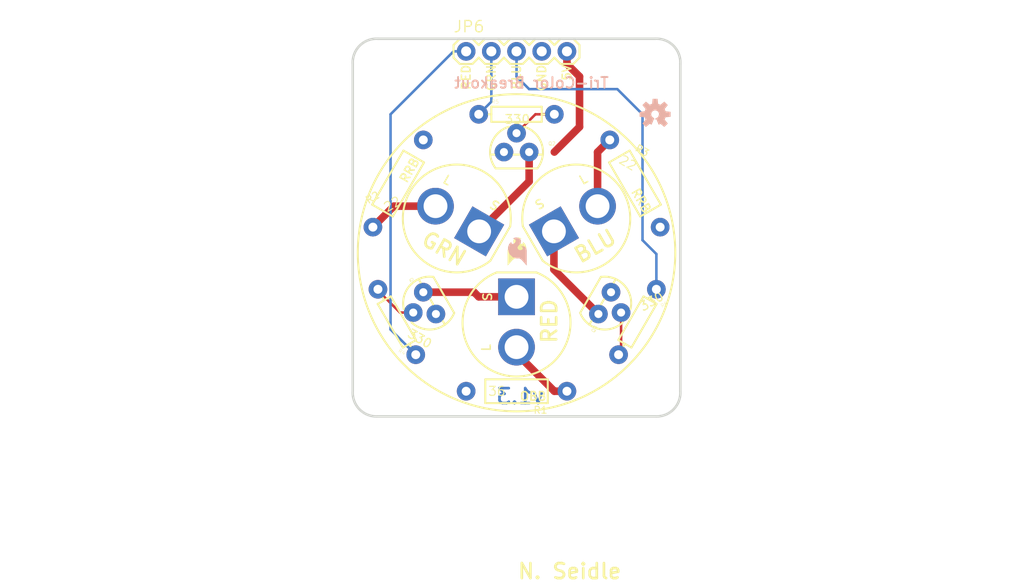
<source format=kicad_pcb>
(kicad_pcb (version 20211014) (generator pcbnew)
  (layers (0 "F.Cu" signal) (31 "B.Cu" signal) (34 "B.Paste" user) (35 "F.Paste" user) (36 "B.SilkS" user "B.Silkscreen") (37 "F.SilkS" user "F.Silkscreen") (38 "B.Mask" user) (39 "F.Mask" user) (44 "Edge.Cuts" user))
  (net 0 "")
  (net 1 "N$1")
  (net 2 "N$2")
  (net 3 "N$3")
  (net 4 "GND")
  (net 5 "5V")
  (net 6 "N$7")
  (net 7 "N$8")
  (net 8 "N$9")
  (net 9 "RED")
  (net 10 "GRN")
  (net 11 "BLU")
  (net 12 "N$4")
  (net 13 "N$5")
  (net 14 "N$6")
  (footprint "boardEagle:AXIAL-0.4" (layer "F.Cu") (at 148.5011 121.5136 180)
    (fp_text reference "R1" (at -3.175 -1.905) (layer "F.SilkS") (effects (font (size 0.709168 0.709168) (thickness 0.103632)) (justify right)))
    (fp_text value "36" (at 2.921 0) (layer "F.SilkS") (effects (font (size 0.912368 0.912368) (thickness 0.103632)) (justify left)))
    (fp_line (start -3.15 -1.2) (end 3.15 -1.2) (layer "F.SilkS") (width 0.2032))
    (fp_line (start 3.15 1.2) (end -3.15 1.2) (layer "F.SilkS") (width 0.2032))
    (fp_line (start 3.15 -1.2) (end 3.15 1.2) (layer "F.SilkS") (width 0.2032))
    (fp_line (start -3.15 1.2) (end -3.15 -1.2) (layer "F.SilkS") (width 0.2032))
    (pad "P$1" thru_hole circle (at -5.08 0 180) (size 1.8796 1.8796) (drill 0.9) (layers *.Cu *.Mask) (net 3 "N$3"))
    (pad "P$2" thru_hole circle (at 5.08 0 180) (size 1.8796 1.8796) (drill 0.9) (layers *.Cu *.Mask) (net 5 "5V"))
  )
  (footprint "boardEagle:CREATIVE_COMMONS" (layer "F.Cu") (at 116.7511 140.5636)
    (fp_text reference "U$1" hide)
    (fp_text value "CREATIVE_COMMONS" hide)
  )
  (footprint "boardEagle:AXIAL-0.3" (layer "F.Cu") (at 148.5011 93.5736)
    (fp_text reference "R5" (at -2.54 -1.27) (layer "F.SilkS") (effects (font (size 0.376489 0.376489) (thickness 0.029911)) (justify left)))
    (fp_text value "330" (at -1.27 0.508) (layer "F.SilkS") (effects (font (size 0.88646 0.88646) (thickness 0.12954)) (justify left)))
    (fp_line (start -2.54 0) (end -2.794 0) (layer "F.SilkS") (width 0.2032))
    (fp_line (start 2.54 0) (end 2.794 0) (layer "F.SilkS") (width 0.2032))
    (fp_line (start 2.54 0.762) (end -2.54 0.762) (layer "F.SilkS") (width 0.2032))
    (fp_line (start -2.54 0.762) (end -2.54 0) (layer "F.SilkS") (width 0.2032))
    (fp_line (start -2.54 -0.762) (end 2.54 -0.762) (layer "F.SilkS") (width 0.2032))
    (fp_line (start 2.54 -0.762) (end 2.54 0) (layer "F.SilkS") (width 0.2032))
    (fp_line (start 2.54 0) (end 2.54 0.762) (layer "F.SilkS") (width 0.2032))
    (fp_line (start -2.54 0) (end -2.54 -0.762) (layer "F.SilkS") (width 0.2032))
    (pad "P$1" thru_hole circle (at -3.81 0) (size 1.8796 1.8796) (drill 0.9) (layers *.Cu *.Mask) (net 10 "GRN"))
    (pad "P$2" thru_hole circle (at 3.81 0) (size 1.8796 1.8796) (drill 0.9) (layers *.Cu *.Mask) (net 7 "N$8"))
  )
  (footprint "boardEagle:TO-92" (layer "F.Cu") (at 139.7381 112.6236 120)
    (fp_text reference "Q1" (at 3.175 -0.635 120) (layer "F.SilkS") (effects (font (size 0.36576 0.36576) (thickness 0.04064)) (justify left bottom)))
    (fp_text value "2N3904")
    (fp_line (start -2.0945 1.651) (end 2.0945 1.651) (layer "F.SilkS") (width 0.2032))
    (fp_line (start -2.6549 0.254) (end -2.2537 0.254) (layer "F.SilkS") (width 0.2032))
    (fp_line (start 2.2537 0.254) (end 2.6549 0.254) (layer "F.SilkS") (width 0.2032))
    (fp_line (start -0.2863 0.254) (end 0.2863 0.254) (layer "F.SilkS") (width 0.2032))
    (fp_arc (start 0.7863 -2.5484) (mid 2.54627 -0.793202) (end 2.0945 1.650999) (layer "F.SilkS") (width 0.2032))
    (fp_arc (start -2.0946 1.651) (mid -2.54634 -0.793276) (end -0.786301 -2.548501) (layer "F.SilkS") (width 0.2032))
    (pad "1" thru_hole circle (at -1.27 0 120) (size 1.8796 1.8796) (drill 0.8128) (layers *.Cu *.Mask) (net 4 "GND"))
    (pad "2" thru_hole circle (at 0 -1.905 120) (size 1.8796 1.8796) (drill 0.8128) (layers *.Cu *.Mask) (net 6 "N$7"))
    (pad "3" thru_hole circle (at 1.27 0 120) (size 1.8796 1.8796) (drill 0.8128) (layers *.Cu *.Mask) (net 12 "N$4"))
  )
  (footprint "boardEagle:AXIAL-0.4" (layer "F.Cu") (at 136.5631 100.5586 60)
    (fp_text reference "R2" (at -3.175021 -1.904897 30) (layer "F.SilkS") (effects (font (size 0.709168 0.709168) (thickness 0.103632)) (justify left)))
    (fp_text value "22" (at -2.898205 0.060163 30) (layer "F.SilkS") (effects (font (size 0.912368 0.912368) (thickness 0.103632)) (justify left)))
    (fp_line (start -3.15 -1.2) (end 3.15 -1.2) (layer "F.SilkS") (width 0.2032))
    (fp_line (start 3.15 -1.2) (end 3.15 1.2) (layer "F.SilkS") (width 0.2032))
    (fp_line (start 3.15 1.2) (end -3.15 1.2) (layer "F.SilkS") (width 0.2032))
    (fp_line (start -3.15 1.2) (end -3.15 -1.2) (layer "F.SilkS") (width 0.2032))
    (pad "P$1" thru_hole circle (at -5.08 0 60) (size 1.8796 1.8796) (drill 0.9) (layers *.Cu *.Mask) (net 1 "N$1"))
    (pad "P$2" thru_hole circle (at 5.08 0 60) (size 1.8796 1.8796) (drill 0.9) (layers *.Cu *.Mask) (net 5 "5V"))
  )
  (footprint "boardEagle:TO-92" (layer "F.Cu") (at 157.3911 112.6236 -120)
    (fp_text reference "Q3" (at 3.175 -0.635 -120) (layer "F.SilkS") (effects (font (size 0.36576 0.36576) (thickness 0.04064)) (justify left bottom)))
    (fp_text value "2N3904")
    (fp_line (start 2.2537 0.254) (end 2.6549 0.254) (layer "F.SilkS") (width 0.2032))
    (fp_line (start -2.6549 0.254) (end -2.2537 0.254) (layer "F.SilkS") (width 0.2032))
    (fp_line (start -0.2863 0.254) (end 0.2863 0.254) (layer "F.SilkS") (width 0.2032))
    (fp_line (start -2.0945 1.651) (end 2.0945 1.651) (layer "F.SilkS") (width 0.2032))
    (fp_arc (start -2.0946 1.651) (mid -2.54634 -0.793276) (end -0.786301 -2.548501) (layer "F.SilkS") (width 0.2032))
    (fp_arc (start 0.7863 -2.5484) (mid 2.54627 -0.793202) (end 2.0945 1.650999) (layer "F.SilkS") (width 0.2032))
    (pad "1" thru_hole circle (at -1.27 0 240) (size 1.8796 1.8796) (drill 0.8128) (layers *.Cu *.Mask) (net 4 "GND"))
    (pad "2" thru_hole circle (at 0 -1.905 240) (size 1.8796 1.8796) (drill 0.8128) (layers *.Cu *.Mask) (net 8 "N$9"))
    (pad "3" thru_hole circle (at 1.27 0 240) (size 1.8796 1.8796) (drill 0.8128) (layers *.Cu *.Mask) (net 14 "N$6"))
  )
  (footprint "boardEagle:STAND-OFF" (layer "F.Cu") (at 162.4711 88.4936)
    (fp_text reference "JP3" hide)
    (fp_text value "STAND-OFF" hide)
    (pad "" np_thru_hole circle (at 0 0) (size 3.302 3.302) (drill 3.302) (layers *.Cu *.Mask))
  )
  (footprint "boardEagle:AXIAL-0.3" (layer "F.Cu") (at 136.4361 114.5286 120)
    (fp_text reference "R4" (at -2.540059 -1.270089 -30) (layer "F.SilkS") (effects (font (size 0.376489 0.376489) (thickness 0.029911)) (justify left)))
    (fp_text value "330" (at -1.451382 0.481867 -30) (layer "F.SilkS") (effects (font (size 0.88646 0.88646) (thickness 0.12954)) (justify left)))
    (fp_line (start -2.54 0.762) (end -2.54 0) (layer "F.SilkS") (width 0.2032))
    (fp_line (start 2.54 -0.762) (end 2.54 0) (layer "F.SilkS") (width 0.2032))
    (fp_line (start 2.54 0.762) (end -2.54 0.762) (layer "F.SilkS") (width 0.2032))
    (fp_line (start -2.54 -0.762) (end 2.54 -0.762) (layer "F.SilkS") (width 0.2032))
    (fp_line (start 2.54 0) (end 2.794 0) (layer "F.SilkS") (width 0.2032))
    (fp_line (start 2.54 0) (end 2.54 0.762) (layer "F.SilkS") (width 0.2032))
    (fp_line (start -2.54 0) (end -2.54 -0.762) (layer "F.SilkS") (width 0.2032))
    (fp_line (start -2.54 0) (end -2.794 0) (layer "F.SilkS") (width 0.2032))
    (pad "P$1" thru_hole circle (at -3.81 0 120) (size 1.8796 1.8796) (drill 0.9) (layers *.Cu *.Mask) (net 9 "RED"))
    (pad "P$2" thru_hole circle (at 3.81 0 120) (size 1.8796 1.8796) (drill 0.9) (layers *.Cu *.Mask) (net 6 "N$7"))
  )
  (footprint "boardEagle:LED10MM" (layer "F.Cu") (at 154.4701 104.1146 30)
    (fp_text reference "LED3" hide)
    (fp_text value "Blue" hide)
    (fp_line (start -5 -2) (end -5 2) (layer "F.SilkS") (width 0.2032))
    (fp_arc (start -5 -1.999999) (mid 5.499952 -0.000001) (end -5 2) (layer "F.SilkS") (width 0.2032))
    (pad "A" thru_hole circle (at 2.54 0 30) (size 3.7 3.7) (drill 2.4) (layers *.Cu *.Mask) (net 2 "N$2"))
    (pad "C" thru_hole rect (at -2.54 0 30) (size 3.7 3.7) (drill 2.4) (layers *.Cu *.Mask) (net 14 "N$6"))
  )
  (footprint "boardEagle:SFE-LOGO-FLAME" (layer "F.Cu") (at 147.6121 108.8136)
    (fp_text reference "JP5" hide)
    (fp_text value "LOGO-SFESK" hide)
    (fp_poly (pts (xy 1.126002 -2.808203) (xy 1.215449 -2.785829) (xy 1.228477 -2.780783) (xy 1.240149 -2.774875) (xy 1.25686 -2.766576) (xy 1.275552 -2.759834) (xy 1.371694 -2.7026) (xy 1.3793 -2.7026) (xy 1.3793 -2.6772) (xy 1.306833 -2.6772) (xy 1.208418 -2.657914) (xy 1.074855 -2.495286) (xy 1.079365 -2.436825) (xy 1.12809 -2.341869) (xy 1.204666 -2.265196) (xy 1.294069 -2.200638) (xy 1.369348 -2.168824) (xy 1.450737 -2.171632) (xy 1.458864 -2.174186) (xy 1.466257 -2.177389) (xy 1.530514 -2.236956) (xy 1.5368 -2.259812) (xy 1.5368 -2.377938) (xy 1.763707 -2.148127) (xy 1.868186 -1.856841) (xy 1.871603 -1.856894) (xy 1.87806 -1.650435) (xy 1.848857 -1.45742) (xy 1.785308 -1.272842) (xy 1.6663 -1.061578) (xy 1.6663 -1.080581) (xy 1.378131 -0.80901) (xy 0.982239 -0.6985) (xy 0.753005 -0.6985) (xy 0.716201 -0.692046) (xy 0.681776 -0.679592) (xy 0.496322 -0.541784) (xy -0.0126 0.03091) (xy -0.0126 -1.52077) (xy 0.060004 -1.761967) (xy 0.168295 -1.865489) (xy 0.307122 -1.917522) (xy 0.4039 -1.925089) (xy 0.499384 -1.917623) (xy 0.55991 -1.908099) (xy 0.557788 -1.884433) (xy 0.522216 -1.885242) (xy 0.501784 -1.876141) (xy 0.420519 -1.817154) (xy 0.400722 -1.79067) (xy 0.390395 -1.7285) (xy 0.400905 -1.665229) (xy 0.421405 -1.625174) (xy 0.452343 -1.592685) (xy 0.546535 -1.54355) (xy 0.652229 -1.531742) (xy 0.742768 -1.550084) (xy 0.82422 -1.589656) (xy 0.92203 -1.754659) (xy 0.907706 -1.848844) (xy 0.850914 -1.930401) (xy 0.584707 -2.263237) (xy 0.561667 -2.510855) (xy 0.627495 -2.621556) (xy 0.629042 -2.623103) (xy 0.778901 -2.74712) (xy 1.032676 -2.817064)) (layer "F.SilkS") (width 0) (fill solid))
  )
  (footprint "boardEagle:AXIAL-0.3" (layer "F.Cu") (at 160.6931 114.5286 -120)
    (fp_text reference "R6" (at -2.54002 -1.270044 -150) (layer "F.SilkS") (effects (font (size 0.376489 0.376489) (thickness 0.029911)) (justify left)))
    (fp_text value "330" (at -1.336837 0.47853 -150) (layer "F.SilkS") (effects (font (size 0.88646 0.88646) (thickness 0.12954)) (justify left)))
    (fp_line (start -2.54 0.762) (end -2.54 0) (layer "F.SilkS") (width 0.2032))
    (fp_line (start 2.54 0) (end 2.54 0.762) (layer "F.SilkS") (width 0.2032))
    (fp_line (start -2.54 0) (end -2.794 0) (layer "F.SilkS") (width 0.2032))
    (fp_line (start -2.54 -0.762) (end 2.54 -0.762) (layer "F.SilkS") (width 0.2032))
    (fp_line (start 2.54 0.762) (end -2.54 0.762) (layer "F.SilkS") (width 0.2032))
    (fp_line (start 2.54 -0.762) (end 2.54 0) (layer "F.SilkS") (width 0.2032))
    (fp_line (start -2.54 0) (end -2.54 -0.762) (layer "F.SilkS") (width 0.2032))
    (fp_line (start 2.54 0) (end 2.794 0) (layer "F.SilkS") (width 0.2032))
    (pad "P$1" thru_hole circle (at -3.81 0 240) (size 1.8796 1.8796) (drill 0.9) (layers *.Cu *.Mask) (net 11 "BLU"))
    (pad "P$2" thru_hole circle (at 3.81 0 240) (size 1.8796 1.8796) (drill 0.9) (layers *.Cu *.Mask) (net 8 "N$9"))
  )
  (footprint "boardEagle:LED10MM" (layer "F.Cu") (at 148.5011 114.5286 -90)
    (fp_text reference "LED1" hide)
    (fp_text value "Red" hide)
    (fp_line (start -5 -2) (end -5 2) (layer "F.SilkS") (width 0.2032))
    (fp_arc (start -5 -1.999999) (mid 5.499952 0) (end -5 2) (layer "F.SilkS") (width 0.2032))
    (pad "A" thru_hole circle (at 2.54 0 270) (size 3.7 3.7) (drill 2.4) (layers *.Cu *.Mask) (net 3 "N$3"))
    (pad "C" thru_hole rect (at -2.54 0 270) (size 3.7 3.7) (drill 2.4) (layers *.Cu *.Mask) (net 12 "N$4"))
  )
  (footprint "boardEagle:LED10MM" (layer "F.Cu") (at 142.5321 104.1146 150)
    (fp_text reference "LED2" hide)
    (fp_text value "Green" hide)
    (fp_line (start -5 -2) (end -5 2) (layer "F.SilkS") (width 0.2032))
    (fp_arc (start -5 -1.999999) (mid 5.499952 0) (end -5 2) (layer "F.SilkS") (width 0.2032))
    (pad "A" thru_hole circle (at 2.54 0 150) (size 3.7 3.7) (drill 2.4) (layers *.Cu *.Mask) (net 1 "N$1"))
    (pad "C" thru_hole rect (at -2.54 0 150) (size 3.7 3.7) (drill 2.4) (layers *.Cu *.Mask) (net 13 "N$5"))
  )
  (footprint "boardEagle:STAND-OFF" (layer "F.Cu") (at 162.4711 121.5136)
    (fp_text reference "JP1" hide)
    (fp_text value "STAND-OFF" hide)
    (pad "" np_thru_hole circle (at 0 0) (size 3.302 3.302) (drill 3.302) (layers *.Cu *.Mask))
  )
  (footprint "boardEagle:STAND-OFF" (layer "F.Cu") (at 134.5311 121.5136)
    (fp_text reference "JP4" hide)
    (fp_text value "STAND-OFF" hide)
    (pad "" np_thru_hole circle (at 0 0) (size 3.302 3.302) (drill 3.302) (layers *.Cu *.Mask))
  )
  (footprint "boardEagle:STAND-OFF" (layer "F.Cu") (at 134.5311 88.4936)
    (fp_text reference "JP2" hide)
    (fp_text value "STAND-OFF" hide)
    (pad "" np_thru_hole circle (at 0 0) (size 3.302 3.302) (drill 3.302) (layers *.Cu *.Mask))
  )
  (footprint "boardEagle:AXIAL-0.4" (layer "F.Cu") (at 160.4391 100.5586 -60)
    (fp_text reference "R3" (at -3.175013 -1.904917 -210) (layer "F.SilkS") (effects (font (size 0.709168 0.709168) (thickness 0.103632)) (justify left)))
    (fp_text value "22" (at -2.961705 0.049823 -210) (layer "F.SilkS") (effects (font (size 0.912368 0.912368) (thickness 0.103632)) (justify left)))
    (fp_line (start -3.15 -1.2) (end 3.15 -1.2) (layer "F.SilkS") (width 0.2032))
    (fp_line (start 3.15 -1.2) (end 3.15 1.2) (layer "F.SilkS") (width 0.2032))
    (fp_line (start -3.15 1.2) (end -3.15 -1.2) (layer "F.SilkS") (width 0.2032))
    (fp_line (start 3.15 1.2) (end -3.15 1.2) (layer "F.SilkS") (width 0.2032))
    (pad "P$1" thru_hole circle (at -5.08 0 300) (size 1.8796 1.8796) (drill 0.9) (layers *.Cu *.Mask) (net 2 "N$2"))
    (pad "P$2" thru_hole circle (at 5.08 0 300) (size 1.8796 1.8796) (drill 0.9) (layers *.Cu *.Mask) (net 5 "5V"))
  )
  (footprint "boardEagle:1X05" (layer "F.Cu") (at 143.4211 87.2236)
    (fp_text reference "JP6" (at -1.3462 -1.8288) (layer "F.SilkS") (effects (font (size 1.143 1.143) (thickness 0.127)) (justify left bottom)))
    (fp_text value "")
    (fp_line (start 0.635 -1.27) (end 1.27 -0.635) (layer "F.SilkS") (width 0.2032))
    (fp_line (start -0.635 -1.27) (end 0.635 -1.27) (layer "F.SilkS") (width 0.2032))
    (fp_line (start 0.635 1.27) (end -0.635 1.27) (layer "F.SilkS") (width 0.2032))
    (fp_line (start 1.905 1.27) (end 1.27 0.635) (layer "F.SilkS") (width 0.2032))
    (fp_line (start -1.27 0.635) (end -0.635 1.27) (layer "F.SilkS") (width 0.2032))
    (fp_line (start 4.445 1.27) (end 3.81 0.635) (layer "F.SilkS") (width 0.2032))
    (fp_line (start 10.795 1.27) (end 9.525 1.27) (layer "F.SilkS") (width 0.2032))
    (fp_line (start 10.795 -1.27) (end 11.43 -0.635) (layer "F.SilkS") (width 0.2032))
    (fp_line (start 1.27 0.635) (end 0.635 1.27) (layer "F.SilkS") (width 0.2032))
    (fp_line (start 3.175 -1.27) (end 3.81 -0.635) (layer "F.SilkS") (width 0.2032))
    (fp_line (start 8.255 -1.27) (end 8.89 -0.635) (layer "F.SilkS") (width 0.2032))
    (fp_line (start 8.255 1.27) (end 6.985 1.27) (layer "F.SilkS") (width 0.2032))
    (fp_line (start 1.905 -1.27) (end 3.175 -1.27) (layer "F.SilkS") (width 0.2032))
    (fp_line (start 3.175 1.27) (end 1.905 1.27) (layer "F.SilkS") (width 0.2032))
    (fp_line (start 3.81 -0.635) (end 4.445 -1.27) (layer "F.SilkS") (width 0.2032))
    (fp_line (start 5.715 -1.27) (end 6.35 -0.635) (layer "F.SilkS") (width 0.2032))
    (fp_line (start 6.985 -1.27) (end 6.35 -0.635) (layer "F.SilkS") (width 0.2032))
    (fp_line (start 6.35 0.635) (end 6.985 1.27) (layer "F.SilkS") (width 0.2032))
    (fp_line (start -1.27 -0.635) (end -1.27 0.635) (layer "F.SilkS") (width 0.2032))
    (fp_line (start 11.43 -0.635) (end 11.43 0.635) (layer "F.SilkS") (width 0.2032))
    (fp_line (start 9.525 1.27) (end 8.89 0.635) (layer "F.SilkS") (width 0.2032))
    (fp_line (start 9.525 -1.27) (end 10.795 -1.27) (layer "F.SilkS") (width 0.2032))
    (fp_line (start 3.81 0.635) (end 3.175 1.27) (layer "F.SilkS") (width 0.2032))
    (fp_line (start 6.35 0.635) (end 5.715 1.27) (layer "F.SilkS") (width 0.2032))
    (fp_line (start 8.89 -0.635) (end 9.525 -1.27) (layer "F.SilkS") (width 0.2032))
    (fp_line (start 4.445 -1.27) (end 5.715 -1.27) (layer "F.SilkS") (width 0.2032))
    (fp_line (start 11.43 0.635) (end 10.795 1.27) (layer "F.SilkS") (width 0.2032))
    (fp_line (start -0.635 -1.27) (end -1.27 -0.635) (layer "F.SilkS") (width 0.2032))
    (fp_line (start 6.985 -1.27) (end 8.255 -1.27) (layer "F.SilkS") (width 0.2032))
    (fp_line (start 8.89 0.635) (end 8.255 1.27) (layer "F.SilkS") (width 0.2032))
    (fp_line (start 1.27 -0.635) (end 1.905 -1.27) (layer "F.SilkS") (width 0.2032))
    (fp_line (start 5.715 1.27) (end 4.445 1.27) (layer "F.SilkS") (width 0.2032))
    (pad "1" thru_hole circle (at 0 0 90) (size 1.8796 1.8796) (drill 1.016) (layers *.Cu *.Mask) (net 9 "RED"))
    (pad "2" thru_hole circle (at 2.54 0 90) (size 1.8796 1.8796) (drill 1.016) (layers *.Cu *.Mask) (net 10 "GRN"))
    (pad "3" thru_hole circle (at 5.08 0 90) (size 1.8796 1.8796) (drill 1.016) (layers *.Cu *.Mask) (net 11 "BLU"))
    (pad "4" thru_hole circle (at 7.62 0 90) (size 1.8796 1.8796) (drill 1.016) (layers *.Cu *.Mask) (net 4 "GND"))
    (pad "5" thru_hole circle (at 10.16 0 90) (size 1.8796 1.8796) (drill 1.016) (layers *.Cu *.Mask) (net 5 "5V"))
  )
  (footprint "boardEagle:TO-92" (layer "F.Cu") (at 148.5011 97.3836)
    (fp_text reference "Q2" (at 3.175 -0.635) (layer "F.SilkS") (effects (font (size 0.36576 0.36576) (thickness 0.04064)) (justify left bottom)))
    (fp_text value "2N3904")
    (fp_line (start -0.2863 0.254) (end 0.2863 0.254) (layer "F.SilkS") (width 0.2032))
    (fp_line (start -2.6549 0.254) (end -2.2537 0.254) (layer "F.SilkS") (width 0.2032))
    (fp_line (start -2.0945 1.651) (end 2.0945 1.651) (layer "F.SilkS") (width 0.2032))
    (fp_line (start 2.2537 0.254) (end 2.6549 0.254) (layer "F.SilkS") (width 0.2032))
    (fp_arc (start 0.7863 -2.5484) (mid 2.54627 -0.793202) (end 2.0945 1.650999) (layer "F.SilkS") (width 0.2032))
    (fp_arc (start -2.0946 1.651) (mid -2.54634 -0.793276) (end -0.786301 -2.548501) (layer "F.SilkS") (width 0.2032))
    (pad "1" thru_hole circle (at -1.27 0) (size 1.8796 1.8796) (drill 0.8128) (layers *.Cu *.Mask) (net 4 "GND"))
    (pad "2" thru_hole circle (at 0 -1.905) (size 1.8796 1.8796) (drill 0.8128) (layers *.Cu *.Mask) (net 7 "N$8"))
    (pad "3" thru_hole circle (at 1.27 0) (size 1.8796 1.8796) (drill 0.8128) (layers *.Cu *.Mask) (net 13 "N$5"))
  )
  (footprint "boardEagle:SFE-LOGO-FLAME" (layer "B.Cu") (at 149.5171 108.8136 180)
    (fp_text reference "JP7" hide)
    (fp_text value "LOGO-SFESK" hide)
    (fp_poly (pts (xy 1.126002 2.808203) (xy 1.215449 2.785829) (xy 1.228477 2.780783) (xy 1.240149 2.774875) (xy 1.25686 2.766576) (xy 1.275552 2.759834) (xy 1.371694 2.7026) (xy 1.3793 2.7026) (xy 1.3793 2.6772) (xy 1.306833 2.6772) (xy 1.208418 2.657914) (xy 1.074855 2.495286) (xy 1.079365 2.436825) (xy 1.12809 2.341869) (xy 1.204666 2.265196) (xy 1.294069 2.200638) (xy 1.369348 2.168824) (xy 1.450737 2.171632) (xy 1.458864 2.174186) (xy 1.466257 2.177389) (xy 1.530514 2.236956) (xy 1.5368 2.259812) (xy 1.5368 2.377938) (xy 1.763707 2.148127) (xy 1.868186 1.856841) (xy 1.871603 1.856894) (xy 1.87806 1.650435) (xy 1.848857 1.45742) (xy 1.785308 1.272842) (xy 1.6663 1.061578) (xy 1.6663 1.080581) (xy 1.378131 0.80901) (xy 0.982239 0.6985) (xy 0.753005 0.6985) (xy 0.716201 0.692046) (xy 0.681776 0.679592) (xy 0.496322 0.541784) (xy -0.0126 -0.03091) (xy -0.0126 1.52077) (xy 0.060004 1.761967) (xy 0.168295 1.865489) (xy 0.307122 1.917522) (xy 0.4039 1.925089) (xy 0.499384 1.917623) (xy 0.55991 1.908099) (xy 0.557788 1.884433) (xy 0.522216 1.885242) (xy 0.501784 1.876141) (xy 0.420519 1.817154) (xy 0.400722 1.79067) (xy 0.390395 1.7285) (xy 0.400905 1.665229) (xy 0.421405 1.625174) (xy 0.452343 1.592685) (xy 0.546535 1.54355) (xy 0.652229 1.531742) (xy 0.742768 1.550084) (xy 0.82422 1.589656) (xy 0.92203 1.754659) (xy 0.907706 1.848844) (xy 0.850914 1.930401) (xy 0.584707 2.263237) (xy 0.561667 2.510855) (xy 0.627495 2.621556) (xy 0.629042 2.623103) (xy 0.778901 2.74712) (xy 1.032676 2.817064)) (layer "B.SilkS") (width 0) (fill solid))
  )
  (footprint "boardEagle:OSHW-LOGO-S" (layer "B.Cu") (at 162.4711 93.5736 180)
    (fp_text reference "U$6" hide)
    (fp_text value "OSHW-LOGOS" hide)
    (fp_poly (pts (xy 0.301647 1.061351) (xy 0.42347 1.022344) (xy 0.537177 0.963769) (xy 0.92862 1.282946) (xy 1.282946 0.92862) (xy 0.961035 0.533823) (xy 1.057046 0.302084) (xy 1.5638 0.250561) (xy 1.5638 -0.250561) (xy 1.057046 -0.302084) (xy 0.961035 -0.533823) (xy 1.282946 -0.92862) (xy 0.92862 -1.282946) (xy 0.537177 -0.96377) (xy 0.356601 -1.056794) (xy 0.088679 -0.410073) (xy 0.326262 -0.2176) (xy 0.373649 -0.121468) (xy 0.392729 -0.010339) (xy 0.379464 0.101634) (xy 0.334947 0.205229) (xy 0.262842 0.291918) (xy 0.169087 0.354561) (xy 0.061406 0.387999) (xy -0.051342 0.38948) (xy -0.159868 0.358881) (xy -0.255234 0.298724) (xy -0.329589 0.213962) (xy -0.376813 0.111569) (xy -0.392176 0.005767) (xy -0.322923 -0.222565) (xy -0.249312 -0.303773) (xy 0.091677 -0.5081) (xy -0.12929 -0.5081) (xy -0.355332 -1.053732) (xy -0.506597 -0.983577) (xy -0.538922 -0.965192) (xy -0.92862 -1.282946) (xy -1.282946 -0.92862) (xy -0.961035 -0.533823) (xy -1.057046 -0.302084) (xy -1.5638 -0.250561) (xy -1.5638 0.250561) (xy -1.057046 0.302084) (xy -0.961035 0.533823) (xy -1.282946 0.92862) (xy -0.92862 1.282946) (xy -0.533823 0.961035) (xy -0.302084 1.057046) (xy -0.250561 1.5638) (xy 0.250561 1.5638)) (layer "B.SilkS") (width 0) (fill solid))
  )
  (gr_circle (center 148.5011 107.5436) (end 164.5031 107.5436) (layer "F.SilkS") (width 0.2032) (fill none))
  (gr_arc (start 165.0111 121.5136) (mid 164.3138 123.356302) (end 162.471098 124.0536) (layer "Edge.Cuts") (width 0.254))
  (gr_arc (start 131.9911 88.4936) (mid 132.6884 86.650898) (end 134.531102 85.9536) (layer "Edge.Cuts") (width 0.254))
  (gr_line (start 162.4711 85.9536) (end 134.5311 85.9536) (layer "Edge.Cuts") (width 0.254))
  (gr_line (start 134.5311 124.0536) (end 162.4711 124.0536) (layer "Edge.Cuts") (width 0.254))
  (gr_arc (start 162.4711 85.9536) (mid 164.313802 86.6509) (end 165.0111 88.493602) (layer "Edge.Cuts") (width 0.254))
  (gr_line (start 165.0111 121.5136) (end 165.0111 88.4936) (layer "Edge.Cuts") (width 0.254))
  (gr_line (start 131.9911 88.4936) (end 131.9911 121.5136) (layer "Edge.Cuts") (width 0.254))
  (gr_arc (start 134.5311 124.0536) (mid 132.688398 123.3563) (end 131.9911 121.513598) (layer "Edge.Cuts") (width 0.254))
  (gr_text "v1.3" (at 151.4221 122.9106) (layer "B.Cu") (effects (font (size 1.5113 1.5113) (thickness 0.2667)) (justify left bottom mirror)))
  (gr_text "Tri-Color Breakout" (at 157.8991 91.0336) (layer "B.SilkS") (effects (font (size 1.0795 1.0795) (thickness 0.1905)) (justify left bottom mirror)))
  (gr_text "OBB" (at 148.7551 122.5296) (layer "F.SilkS") (effects (font (size 0.8636 0.8636) (thickness 0.1524)) (justify left bottom)))
  (gr_text "RRB" (at 159.9311 101.3206 300) (layer "F.SilkS") (effects (font (size 0.8636 0.8636) (thickness 0.1524)) (justify left bottom)))
  (gr_text "RED" (at 142.9131 88.4936 90) (layer "F.SilkS") (effects (font (size 0.8636 0.8636) (thickness 0.1524)) (justify right top)))
  (gr_text "BLU" (at 154.8511 108.8136 30) (layer "F.SilkS") (effects (font (size 1.5113 1.5113) (thickness 0.2667)) (justify left bottom)))
  (gr_text "S" (at 146.0881 112.4966 90) (layer "F.SilkS") (effects (font (size 0.8636 0.8636) (thickness 0.1524)) (justify left bottom)))
  (gr_text "GND" (at 150.5331 88.4936 90) (layer "F.SilkS") (effects (font (size 0.8636 0.8636) (thickness 0.1524)) (justify right top)))
  (gr_text "5V" (at 153.0731 88.4936 90) (layer "F.SilkS") (effects (font (size 0.8636 0.8636) (thickness 0.1524)) (justify right top)))
  (gr_text "L" (at 145.9611 117.5766 90) (layer "F.SilkS") (effects (font (size 0.8636 0.8636) (thickness 0.1524)) (justify left bottom)))
  (gr_text "RED" (at 152.6921 116.8146 90) (layer "F.SilkS") (effects (font (size 1.5113 1.5113) (thickness 0.2667)) (justify left bottom)))
  (gr_text "RRB" (at 137.4521 100.6856 60) (layer "F.SilkS") (effects (font (size 0.8636 0.8636) (thickness 0.1524)) (justify left bottom)))
  (gr_text "S" (at 150.6601 103.3526 30) (layer "F.SilkS") (effects (font (size 0.8636 0.8636) (thickness 0.1524)) (justify left bottom)))
  (gr_text "N. Seidle" (at 148.5011 140.5636) (layer "F.SilkS") (effects (font (size 1.5113 1.5113) (thickness 0.2667)) (justify left bottom)))
  (gr_text "GRN" (at 145.4531 88.4936 90) (layer "F.SilkS") (effects (font (size 0.8636 0.8636) (thickness 0.1524)) (justify right top)))
  (gr_text "GRN" (at 138.5951 106.6546 330) (layer "F.SilkS") (effects (font (size 1.5113 1.5113) (thickness 0.2667)) (justify left bottom)))
  (gr_text "BLU" (at 147.9931 88.4936 90) (layer "F.SilkS") (effects (font (size 0.8636 0.8636) (thickness 0.1524)) (justify right top)))
  (gr_text "S" (at 145.5801 102.9716 330) (layer "F.SilkS") (effects (font (size 0.8636 0.8636) (thickness 0.1524)) (justify left bottom)))
  (gr_text "L" (at 140.8811 100.4316 330) (layer "F.SilkS") (effects (font (size 0.8636 0.8636) (thickness 0.1524)) (justify left bottom)))
  (gr_text "L" (at 155.1051 100.8126 30) (layer "F.SilkS") (effects (font (size 0.8636 0.8636) (thickness 0.1524)) (justify left bottom)))
  (segment (start 136.1366 102.8446) (end 134.0231 104.95801) (width 0.762) (layer "F.Cu") (net 1))
  (segment (start 140.332397 102.8446) (end 136.1366 102.8446) (width 0.762) (layer "F.Cu") (net 1))
  (segment (start 156.669803 102.8446) (end 156.6698 97.3885) (width 0.762) (layer "F.Cu") (net 2))
  (segment (start 156.6698 97.3885) (end 157.8991 96.159194) (width 0.762) (layer "F.Cu") (net 2))
  (segment (start 153.5811 121.5136) (end 152.3111 121.5136) (width 0.762) (layer "F.Cu") (net 3))
  (segment (start 152.3111 121.5136) (end 148.5011 117.7036) (width 0.762) (layer "F.Cu") (net 3))
  (segment (start 148.5011 117.7036) (end 148.5011 117.0686) (width 0.762) (layer "F.Cu") (net 3))
  (segment (start 154.8511 94.8436) (end 154.8511 89.7636) (width 0.762) (layer "F.Cu") (net 5))
  (segment (start 154.8511 89.7636) (end 153.5811 88.4936) (width 0.762) (layer "F.Cu") (net 5))
  (segment (start 152.3111 97.3836) (end 154.8511 94.8436) (width 0.762) (layer "F.Cu") (net 5))
  (segment (start 153.5811 88.4936) (end 153.5811 87.2236) (width 0.762) (layer "F.Cu") (net 5))
  (segment (start 136.7536 113.5761) (end 138.088322 113.5761) (width 0.254) (layer "F.Cu") (net 6))
  (segment (start 134.5311 111.3536) (end 136.7536 113.5761) (width 0.254) (layer "F.Cu") (net 6))
  (segment (start 134.5311 111.22904) (end 134.5311 111.3536) (width 0.254) (layer "F.Cu") (net 6))
  (segment (start 148.5011 95.4786) (end 150.4061 93.5736) (width 0.254) (layer "F.Cu") (net 7))
  (segment (start 150.4061 93.5736) (end 152.3111 93.5736) (width 0.254) (layer "F.Cu") (net 7))
  (segment (start 158.788096 117.828156) (end 159.0408 117.5753) (width 0.254) (layer "F.Cu") (net 8))
  (segment (start 159.0408 117.5753) (end 159.040878 113.5761) (width 0.254) (layer "F.Cu") (net 8))
  (segment (start 135.8011 93.5736) (end 142.1511 87.2236) (width 0.254) (layer "B.Cu") (net 9))
  (segment (start 142.1511 87.2236) (end 143.4211 87.2236) (width 0.254) (layer "B.Cu") (net 9))
  (segment (start 135.8011 115.2881) (end 138.3411 117.828156) (width 0.254) (layer "B.Cu") (net 9))
  (segment (start 135.8011 93.5736) (end 135.8011 115.2881) (width 0.254) (layer "B.Cu") (net 9))
  (segment (start 144.6911 93.5736) (end 145.9611 92.3036) (width 0.254) (layer "B.Cu") (net 10))
  (segment (start 145.9611 92.3036) (end 145.9611 87.2236) (width 0.254) (layer "B.Cu") (net 10))
  (segment (start 158.6611 91.0336) (end 149.7711 91.0336) (width 0.254) (layer "B.Cu") (net 11))
  (segment (start 161.2011 93.5736) (end 158.6611 91.0336) (width 0.254) (layer "B.Cu") (net 11))
  (segment (start 161.2011 106.2736) (end 161.2011 93.5736) (width 0.254) (layer "B.Cu") (net 11))
  (segment (start 162.5981 107.6706) (end 161.2011 106.2736) (width 0.254) (layer "B.Cu") (net 11))
  (segment (start 162.5981 111.22904) (end 162.5981 107.6706) (width 0.254) (layer "B.Cu") (net 11))
  (segment (start 149.7711 91.0336) (end 148.5011 89.7636) (width 0.254) (layer "B.Cu") (net 11))
  (segment (start 148.5011 89.7636) (end 148.5011 87.2236) (width 0.254) (layer "B.Cu") (net 11))
  (segment (start 144.226247 111.523746) (end 144.6911 111.9886) (width 0.762) (layer "F.Cu") (net 12))
  (segment (start 144.6911 111.9886) (end 148.5011 111.9886) (width 0.762) (layer "F.Cu") (net 12))
  (segment (start 139.1031 111.523746) (end 144.226247 111.523746) (width 0.762) (layer "F.Cu") (net 12))
  (segment (start 149.7711 100.345307) (end 144.731807 105.3846) (width 0.762) (layer "F.Cu") (net 13))
  (segment (start 149.7711 97.3836) (end 149.7711 100.345307) (width 0.762) (layer "F.Cu") (net 13))
  (segment (start 152.270393 109.237743) (end 156.7561 113.72345) (width 0.762) (layer "F.Cu") (net 14))
  (segment (start 152.270393 105.3846) (end 152.270393 109.237743) (width 0.762) (layer "F.Cu") (net 14))
)
</source>
